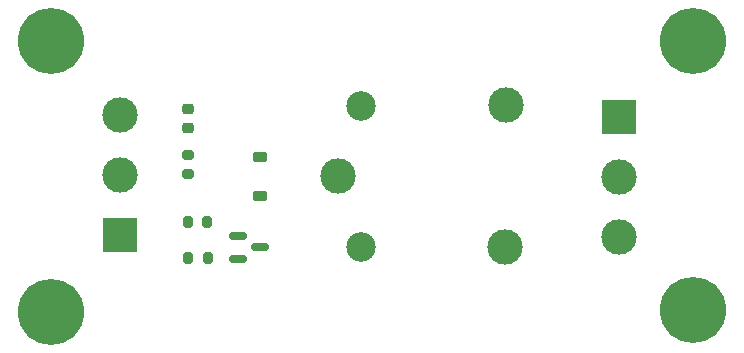
<source format=gbr>
%TF.GenerationSoftware,KiCad,Pcbnew,7.0.10*%
%TF.CreationDate,2025-11-30T12:43:51-05:00*%
%TF.ProjectId,Relay_Helo,52656c61-795f-4486-956c-6f2e6b696361,rev?*%
%TF.SameCoordinates,Original*%
%TF.FileFunction,Soldermask,Top*%
%TF.FilePolarity,Negative*%
%FSLAX46Y46*%
G04 Gerber Fmt 4.6, Leading zero omitted, Abs format (unit mm)*
G04 Created by KiCad (PCBNEW 7.0.10) date 2025-11-30 12:43:51*
%MOMM*%
%LPD*%
G01*
G04 APERTURE LIST*
G04 Aperture macros list*
%AMRoundRect*
0 Rectangle with rounded corners*
0 $1 Rounding radius*
0 $2 $3 $4 $5 $6 $7 $8 $9 X,Y pos of 4 corners*
0 Add a 4 corners polygon primitive as box body*
4,1,4,$2,$3,$4,$5,$6,$7,$8,$9,$2,$3,0*
0 Add four circle primitives for the rounded corners*
1,1,$1+$1,$2,$3*
1,1,$1+$1,$4,$5*
1,1,$1+$1,$6,$7*
1,1,$1+$1,$8,$9*
0 Add four rect primitives between the rounded corners*
20,1,$1+$1,$2,$3,$4,$5,0*
20,1,$1+$1,$4,$5,$6,$7,0*
20,1,$1+$1,$6,$7,$8,$9,0*
20,1,$1+$1,$8,$9,$2,$3,0*%
G04 Aperture macros list end*
%ADD10RoundRect,0.218750X-0.256250X0.218750X-0.256250X-0.218750X0.256250X-0.218750X0.256250X0.218750X0*%
%ADD11R,3.000000X3.000000*%
%ADD12C,3.000000*%
%ADD13RoundRect,0.200000X-0.275000X0.200000X-0.275000X-0.200000X0.275000X-0.200000X0.275000X0.200000X0*%
%ADD14RoundRect,0.150000X-0.587500X-0.150000X0.587500X-0.150000X0.587500X0.150000X-0.587500X0.150000X0*%
%ADD15RoundRect,0.200000X-0.200000X-0.275000X0.200000X-0.275000X0.200000X0.275000X-0.200000X0.275000X0*%
%ADD16C,5.600000*%
%ADD17C,2.500000*%
%ADD18RoundRect,0.225000X-0.375000X0.225000X-0.375000X-0.225000X0.375000X-0.225000X0.375000X0.225000X0*%
G04 APERTURE END LIST*
D10*
%TO.C,D2*%
X129620000Y-69875000D03*
X129620000Y-71450000D03*
%TD*%
D11*
%TO.C,J1*%
X123840000Y-80490000D03*
D12*
X123840000Y-75410000D03*
X123840000Y-70330000D03*
%TD*%
D13*
%TO.C,R3*%
X129620000Y-73737500D03*
X129620000Y-75387500D03*
%TD*%
D14*
%TO.C,Q1*%
X133830000Y-80620000D03*
X133830000Y-82520000D03*
X135705000Y-81570000D03*
%TD*%
D15*
%TO.C,R2*%
X129655000Y-82490000D03*
X131305000Y-82490000D03*
%TD*%
D16*
%TO.C,REF\u002A\u002A*%
X172380000Y-64100000D03*
%TD*%
%TO.C,REF\u002A\u002A*%
X118000000Y-64100000D03*
%TD*%
D11*
%TO.C,J2*%
X166090000Y-70490000D03*
D12*
X166090000Y-75570000D03*
X166090000Y-80650000D03*
%TD*%
D16*
%TO.C,REF\u002A\u002A*%
X118000000Y-87000000D03*
%TD*%
%TO.C,REF\u002A\u002A*%
X172380000Y-86860000D03*
%TD*%
D15*
%TO.C,R1*%
X129605000Y-79410000D03*
X131255000Y-79410000D03*
%TD*%
D12*
%TO.C,K2*%
X142310000Y-75510000D03*
D17*
X144260000Y-81560000D03*
D12*
X156460000Y-81560000D03*
X156510000Y-69510000D03*
D17*
X144260000Y-69560000D03*
%TD*%
D18*
%TO.C,D1*%
X135710000Y-73960000D03*
X135710000Y-77260000D03*
%TD*%
M02*

</source>
